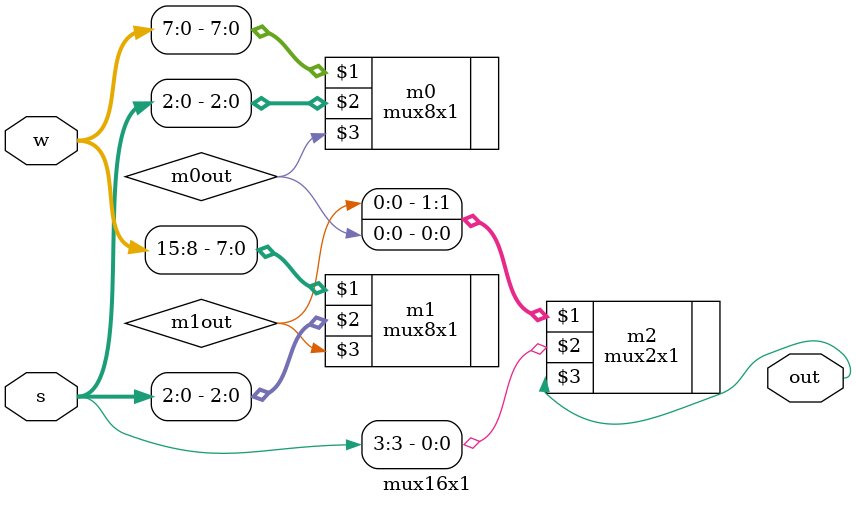
<source format=v>
`include "mux2x1.v"
`include "mux8x1.v"

module mux16x1(w,s,out);
    input [15:0] w;
    input [3:0] s;
    output out;
    wire m0out,m1out;

    mux8x1 m0(w[7:0],s[2:0],m0out);
    mux8x1 m1(w[15:8],s[2:0],m1out);
    mux2x1 m2({m1out,m0out},s[3],out);
endmodule
</source>
